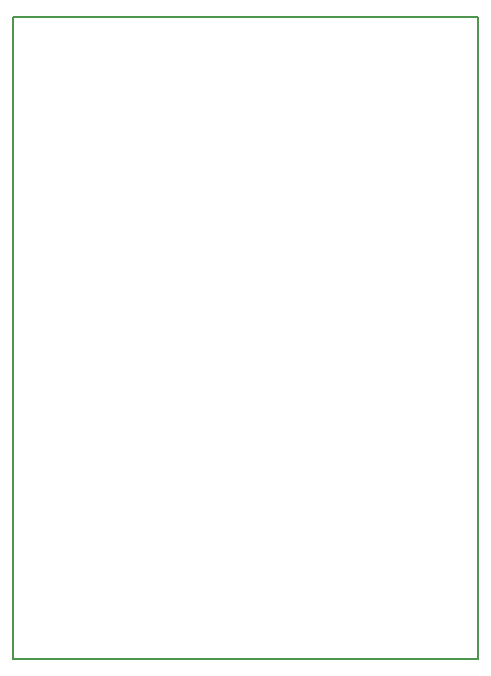
<source format=gbr>
%TF.GenerationSoftware,KiCad,Pcbnew,(7.0.0)*%
%TF.CreationDate,2023-04-25T13:15:43+01:00*%
%TF.ProjectId,LiDAR-Board,4c694441-522d-4426-9f61-72642e6b6963,rev?*%
%TF.SameCoordinates,Original*%
%TF.FileFunction,Profile,NP*%
%FSLAX46Y46*%
G04 Gerber Fmt 4.6, Leading zero omitted, Abs format (unit mm)*
G04 Created by KiCad (PCBNEW (7.0.0)) date 2023-04-25 13:15:43*
%MOMM*%
%LPD*%
G01*
G04 APERTURE LIST*
%TA.AperFunction,Profile*%
%ADD10C,0.200000*%
%TD*%
G04 APERTURE END LIST*
D10*
X127574000Y-85151000D02*
X166944000Y-85151000D01*
X166944000Y-85151000D02*
X166944000Y-139507000D01*
X166944000Y-139507000D02*
X127574000Y-139507000D01*
X127574000Y-139507000D02*
X127574000Y-85151000D01*
M02*

</source>
